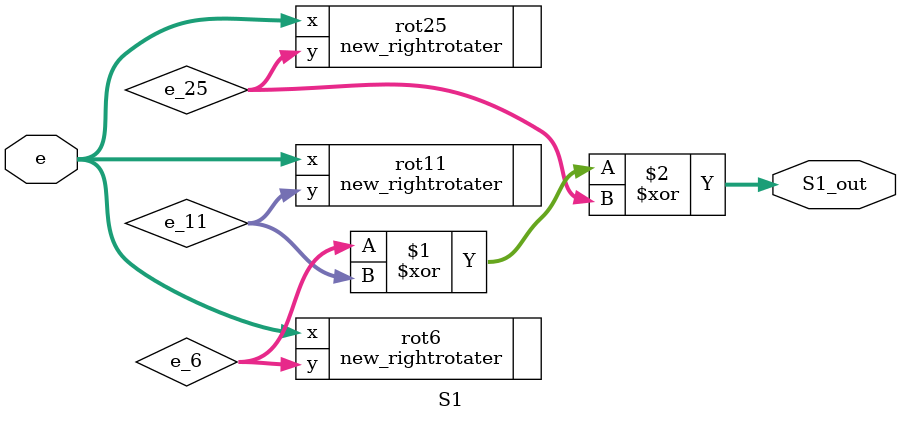
<source format=sv>


module s0 (input  [31:0] w_15,
			  output [31:0] s0_out);

logic [31:0] w_15_7,w_15_18,w_15_s3;

assign s0_out = w_15_7^w_15_18^w_15_s3;

new_rightrotater #(7) rot7(.x(w_15), .y(w_15_7));
new_rightrotater #(18) rot18(.x(w_15), .y(w_15_18));
rightshifter #(3) rsft3(.x(w_15), .y(w_15_s3));
			  
endmodule
/////////////////////////////////////

/////////////////////////////////////
module s1 (input  [31:0] w_2,
			  output [31:0] s1_out);

logic [31:0] w_2_17,w_2_19,w_2_s10;

assign s1_out = w_2_17^w_2_19^w_2_s10;

new_rightrotater #(17) rot17(.x(w_2), .y(w_2_17));
new_rightrotater #(19) rot19(.x(w_2), .y(w_2_19));
rightshifter #(10) rsft10(.x(w_2), .y(w_2_s10));

endmodule



module ch (input [31:0] e,f,g,
			  output[31:0] ch_out);

assign ch_out = (e&f)^((~e)&g);		  

endmodule
//////////////////////////////////////



module maj (input [31:0] a,b,c,
			  output[31:0] maj_out);

assign maj_out = (a&b)^(a&c)^(b&c);		  

endmodule
///////////////////////////////////////


module S0 (input [31:0] a,
			  output[31:0] S0_out);

logic [31:0] a_2,a_13,a_22;

assign S0_out = a_2^a_13^a_22;		  

new_rightrotater #(2) rot2(.x(a), .y(a_2));
new_rightrotater #(13) rot13(.x(a), .y(a_13));
new_rightrotater #(22) rot22(.x(a), .y(a_22));

endmodule
///////////////////////////////////////


module S1 (input [31:0] e,
			  output[31:0] S1_out);

logic [31:0] e_6,e_11,e_25;

assign S1_out = e_6^e_11^e_25;		  

new_rightrotater #(6) rot6(.x(e), .y(e_6));
new_rightrotater #(11) rot11(.x(e), .y(e_11));
new_rightrotater #(25) rot25(.x(e), .y(e_25));

endmodule


//module T1 (input [31:0] h, S1_out, ch_out, k_i, w_i,
//			  output[31:0] T1_out);
//
//endmodule
//
//
//module T2 (input [31:0] S0_out, maj_out,
//			  output[31:0] T2_out);
//
//endmodule



















</source>
